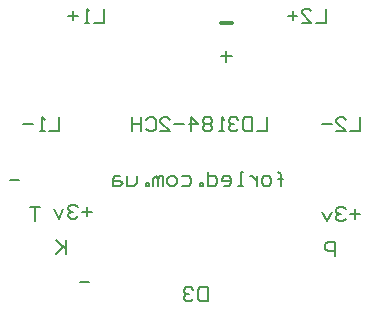
<source format=gbo>
G04 Layer_Color=13684944*
%FSLAX25Y25*%
%MOIN*%
G70*
G01*
G75*
%ADD49C,0.00787*%
%ADD51C,0.01181*%
D49*
X401181Y198621D02*
X398032D01*
X464961Y230709D02*
Y234644D01*
Y233070D01*
X465748D01*
X464174D01*
X464961D01*
Y234644D01*
X464174Y235432D01*
X461025Y230709D02*
X459451D01*
X458664Y231496D01*
Y233070D01*
X459451Y233857D01*
X461025D01*
X461812Y233070D01*
Y231496D01*
X461025Y230709D01*
X457089Y233857D02*
Y230709D01*
Y232283D01*
X456302Y233070D01*
X455515Y233857D01*
X454728D01*
X452366Y230709D02*
X450792D01*
X451579D01*
Y235432D01*
X452366D01*
X446069Y230709D02*
X447644D01*
X448431Y231496D01*
Y233070D01*
X447644Y233857D01*
X446069D01*
X445282Y233070D01*
Y232283D01*
X448431D01*
X440559Y235432D02*
Y230709D01*
X442921D01*
X443708Y231496D01*
Y233070D01*
X442921Y233857D01*
X440559D01*
X438985Y230709D02*
Y231496D01*
X438198D01*
Y230709D01*
X438985D01*
X431901Y233857D02*
X434262D01*
X435049Y233070D01*
Y231496D01*
X434262Y230709D01*
X431901D01*
X429539D02*
X427965D01*
X427178Y231496D01*
Y233070D01*
X427965Y233857D01*
X429539D01*
X430326Y233070D01*
Y231496D01*
X429539Y230709D01*
X425603D02*
Y233857D01*
X424816D01*
X424029Y233070D01*
Y230709D01*
Y233070D01*
X423242Y233857D01*
X422455Y233070D01*
Y230709D01*
X420881D02*
Y231496D01*
X420093D01*
Y230709D01*
X420881D01*
X416945Y233857D02*
Y231496D01*
X416158Y230709D01*
X413796D01*
Y233857D01*
X411435D02*
X409861D01*
X409073Y233070D01*
Y230709D01*
X411435D01*
X412222Y231496D01*
X411435Y232283D01*
X409073D01*
X491339Y253542D02*
Y248819D01*
X488190D01*
X483467D02*
X486616D01*
X483467Y251968D01*
Y252755D01*
X484254Y253542D01*
X485828D01*
X486616Y252755D01*
X481893Y251180D02*
X478744D01*
X479921Y289762D02*
Y285039D01*
X476773D01*
X472050D02*
X475198D01*
X472050Y288188D01*
Y288975D01*
X472837Y289762D01*
X474411D01*
X475198Y288975D01*
X470475Y287401D02*
X467327D01*
X468901Y288975D02*
Y285826D01*
X390945Y253542D02*
Y248819D01*
X387796D01*
X386222D02*
X384648D01*
X385435D01*
Y253542D01*
X386222Y252755D01*
X382286Y251180D02*
X379138D01*
X405905Y289762D02*
Y285039D01*
X402757D01*
X401183D02*
X399608D01*
X400395D01*
Y289762D01*
X401183Y288975D01*
X397247Y287401D02*
X394098D01*
X395673Y288975D02*
Y285826D01*
X491339Y221259D02*
X488190D01*
X489764Y222833D02*
Y219685D01*
X486616Y222833D02*
X485828Y223621D01*
X484254D01*
X483467Y222833D01*
Y222046D01*
X484254Y221259D01*
X485041D01*
X484254D01*
X483467Y220472D01*
Y219685D01*
X484254Y218898D01*
X485828D01*
X486616Y219685D01*
X481893Y222046D02*
X480318Y218898D01*
X478744Y222046D01*
X482972Y207283D02*
Y212006D01*
X480611D01*
X479824Y211219D01*
Y209645D01*
X480611Y208858D01*
X482972D01*
X440551Y196849D02*
Y192126D01*
X438190D01*
X437403Y192913D01*
Y196062D01*
X438190Y196849D01*
X440551D01*
X435828Y196062D02*
X435041Y196849D01*
X433467D01*
X432680Y196062D01*
Y195275D01*
X433467Y194487D01*
X434254D01*
X433467D01*
X432680Y193700D01*
Y192913D01*
X433467Y192126D01*
X435041D01*
X435828Y192913D01*
X401968Y222046D02*
X398820D01*
X400394Y223621D02*
Y220472D01*
X397246Y223621D02*
X396459Y224408D01*
X394884D01*
X394097Y223621D01*
Y222834D01*
X394884Y222046D01*
X395671D01*
X394884D01*
X394097Y221259D01*
Y220472D01*
X394884Y219685D01*
X396459D01*
X397246Y220472D01*
X392523Y222834D02*
X390949Y219685D01*
X389374Y222834D01*
X393307Y212597D02*
Y207874D01*
Y209448D01*
X390159Y212597D01*
X392520Y210236D01*
X390159Y207874D01*
X384646Y223621D02*
X381497D01*
X383071D01*
Y218898D01*
X448622Y273818D02*
X444949D01*
X446785Y275655D02*
Y271981D01*
X460236Y253542D02*
Y248819D01*
X457088D01*
X455513Y253542D02*
Y248819D01*
X453152D01*
X452365Y249606D01*
Y252755D01*
X453152Y253542D01*
X455513D01*
X450791Y252755D02*
X450003Y253542D01*
X448429D01*
X447642Y252755D01*
Y251968D01*
X448429Y251180D01*
X449216D01*
X448429D01*
X447642Y250393D01*
Y249606D01*
X448429Y248819D01*
X450003D01*
X450791Y249606D01*
X446068Y248819D02*
X444493D01*
X445280D01*
Y253542D01*
X446068Y252755D01*
X442132D02*
X441345Y253542D01*
X439770D01*
X438983Y252755D01*
Y251968D01*
X439770Y251180D01*
X438983Y250393D01*
Y249606D01*
X439770Y248819D01*
X441345D01*
X442132Y249606D01*
Y250393D01*
X441345Y251180D01*
X442132Y251968D01*
Y252755D01*
X441345Y251180D02*
X439770D01*
X435047Y248819D02*
Y253542D01*
X437409Y251180D01*
X434260D01*
X432686D02*
X429537D01*
X424815Y248819D02*
X427963D01*
X424815Y251968D01*
Y252755D01*
X425602Y253542D01*
X427176D01*
X427963Y252755D01*
X420092D02*
X420879Y253542D01*
X422453D01*
X423240Y252755D01*
Y249606D01*
X422453Y248819D01*
X420879D01*
X420092Y249606D01*
X418517Y253542D02*
Y248819D01*
Y251180D01*
X415369D01*
Y253542D01*
Y248819D01*
X377854Y232676D02*
X374706D01*
D51*
X448819Y284940D02*
X445146D01*
M02*

</source>
